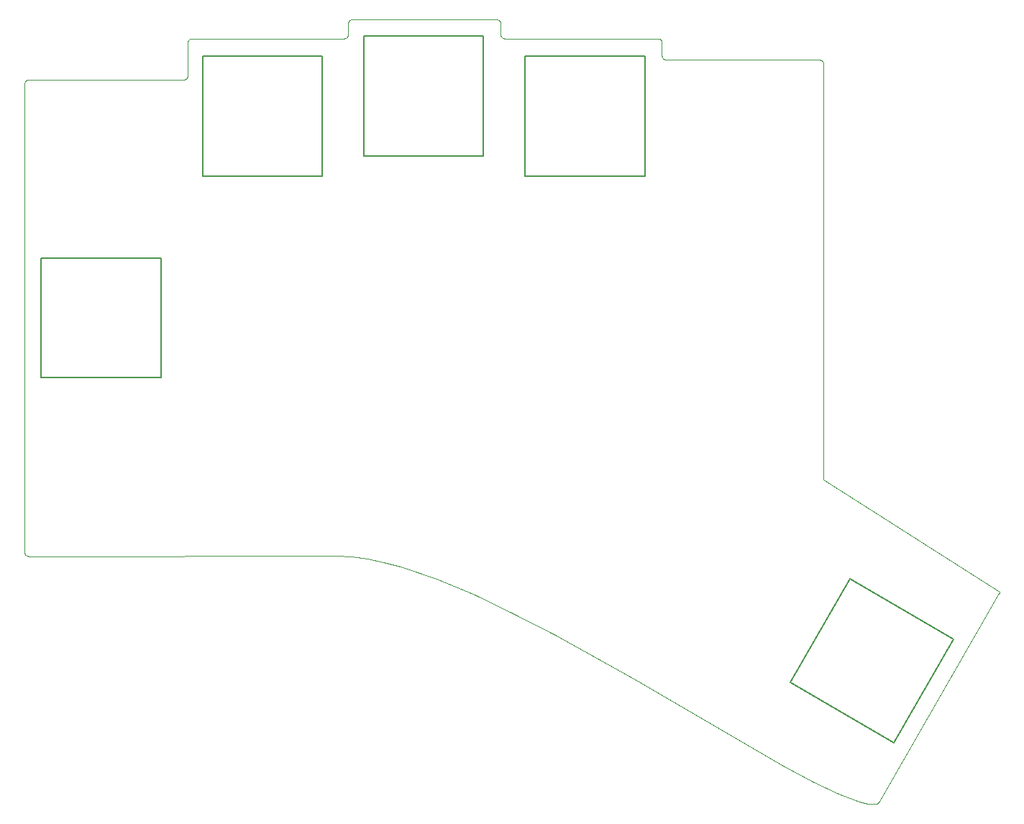
<source format=gbr>
%TF.GenerationSoftware,KiCad,Pcbnew,7.0.10*%
%TF.CreationDate,2024-02-18T23:47:10+09:00*%
%TF.ProjectId,kamu_keyboard,6b616d75-5f6b-4657-9962-6f6172642e6b,rev?*%
%TF.SameCoordinates,Original*%
%TF.FileFunction,Profile,NP*%
%FSLAX46Y46*%
G04 Gerber Fmt 4.6, Leading zero omitted, Abs format (unit mm)*
G04 Created by KiCad (PCBNEW 7.0.10) date 2024-02-18 23:47:10*
%MOMM*%
%LPD*%
G01*
G04 APERTURE LIST*
%TA.AperFunction,Profile*%
%ADD10C,0.035277*%
%TD*%
%TA.AperFunction,Profile*%
%ADD11C,0.150000*%
%TD*%
G04 APERTURE END LIST*
D10*
X136870626Y-73999096D02*
X136870626Y-75248985D01*
X136869976Y-73973359D02*
X136870626Y-73999096D01*
X136868046Y-73947961D02*
X136869976Y-73973359D01*
X136864869Y-73922935D02*
X136868046Y-73947961D01*
X136860475Y-73898310D02*
X136864869Y-73922935D01*
X136854897Y-73874118D02*
X136860475Y-73898310D01*
X136848164Y-73850391D02*
X136854897Y-73874118D01*
X136840308Y-73827160D02*
X136848164Y-73850391D01*
X136831362Y-73804456D02*
X136840308Y-73827160D01*
X136821355Y-73782311D02*
X136831362Y-73804456D01*
X136810320Y-73760756D02*
X136821355Y-73782311D01*
X136798288Y-73739822D02*
X136810320Y-73760756D01*
X136785289Y-73719541D02*
X136798288Y-73739822D01*
X136771357Y-73699944D02*
X136785289Y-73719541D01*
X136756520Y-73681062D02*
X136771357Y-73699944D01*
X136740812Y-73662926D02*
X136756520Y-73681062D01*
X136724263Y-73645568D02*
X136740812Y-73662926D01*
X136706905Y-73629020D02*
X136724263Y-73645568D01*
X136688769Y-73613312D02*
X136706905Y-73629020D01*
X136669886Y-73598477D02*
X136688769Y-73613312D01*
X136650288Y-73584544D02*
X136669886Y-73598477D01*
X136630006Y-73571546D02*
X136650288Y-73584544D01*
X136609071Y-73559514D02*
X136630006Y-73571546D01*
X136587515Y-73548479D02*
X136609071Y-73559514D01*
X136565369Y-73538472D02*
X136587515Y-73548479D01*
X136542664Y-73529526D02*
X136565369Y-73538472D01*
X136519432Y-73521671D02*
X136542664Y-73529526D01*
X136495703Y-73514938D02*
X136519432Y-73521671D01*
X136471510Y-73509359D02*
X136495703Y-73514938D01*
X136446884Y-73504966D02*
X136471510Y-73509359D01*
X136421855Y-73501789D02*
X136446884Y-73504966D01*
X136396456Y-73499859D02*
X136421855Y-73501789D01*
X136370717Y-73499209D02*
X136396456Y-73499859D01*
X118360776Y-73499209D02*
X136370717Y-73499209D01*
X118335977Y-73498592D02*
X118360776Y-73499209D01*
X118311350Y-73496752D02*
X118335977Y-73498592D01*
X118286936Y-73493707D02*
X118311350Y-73496752D01*
X118262776Y-73489475D02*
X118286936Y-73493707D01*
X118238909Y-73484073D02*
X118262776Y-73489475D01*
X118215376Y-73477518D02*
X118238909Y-73484073D01*
X118192218Y-73469828D02*
X118215376Y-73477518D01*
X118169474Y-73461022D02*
X118192218Y-73469828D01*
X118147185Y-73451115D02*
X118169474Y-73461022D01*
X118125391Y-73440127D02*
X118147185Y-73451115D01*
X118104134Y-73428074D02*
X118125391Y-73440127D01*
X118083452Y-73414974D02*
X118104134Y-73428074D01*
X118063386Y-73400845D02*
X118083452Y-73414974D01*
X118043977Y-73385703D02*
X118063386Y-73400845D01*
X118025265Y-73369568D02*
X118043977Y-73385703D01*
X118007291Y-73352456D02*
X118025265Y-73369568D01*
X117990182Y-73334537D02*
X118007291Y-73352456D01*
X117974057Y-73315867D02*
X117990182Y-73334537D01*
X117958933Y-73296486D02*
X117974057Y-73315867D01*
X117944825Y-73276437D02*
X117958933Y-73296486D01*
X117931751Y-73255762D02*
X117944825Y-73276437D01*
X117919728Y-73234503D02*
X117931751Y-73255762D01*
X117908770Y-73212701D02*
X117919728Y-73234503D01*
X117898896Y-73190398D02*
X117908770Y-73212701D01*
X117890122Y-73167637D02*
X117898896Y-73190398D01*
X117882464Y-73144458D02*
X117890122Y-73167637D01*
X117875939Y-73120904D02*
X117882464Y-73144458D01*
X117870563Y-73097017D02*
X117875939Y-73120904D01*
X117866353Y-73072838D02*
X117870563Y-73097017D01*
X117863325Y-73048410D02*
X117866353Y-73072838D01*
X117861496Y-73023774D02*
X117863325Y-73048410D01*
X117860883Y-72998973D02*
X117861496Y-73023774D01*
X117860883Y-71496496D02*
X117860883Y-72998973D01*
X117860270Y-71471698D02*
X117860883Y-71496496D01*
X117858441Y-71447072D02*
X117860270Y-71471698D01*
X117855413Y-71422660D02*
X117858441Y-71447072D01*
X117851203Y-71398501D02*
X117855413Y-71422660D01*
X117845827Y-71374635D02*
X117851203Y-71398501D01*
X117839302Y-71351104D02*
X117845827Y-71374635D01*
X117831644Y-71327946D02*
X117839302Y-71351104D01*
X117822869Y-71305203D02*
X117831644Y-71327946D01*
X117812995Y-71282914D02*
X117822869Y-71305203D01*
X117802038Y-71261121D02*
X117812995Y-71282914D01*
X117790014Y-71239863D02*
X117802038Y-71261121D01*
X117776940Y-71219180D02*
X117790014Y-71239863D01*
X117762833Y-71199114D02*
X117776940Y-71219180D01*
X117747709Y-71179704D02*
X117762833Y-71199114D01*
X117731584Y-71160990D02*
X117747709Y-71179704D01*
X117714475Y-71143014D02*
X117731584Y-71160990D01*
X117696498Y-71125906D02*
X117714475Y-71143014D01*
X117677784Y-71109781D02*
X117696498Y-71125906D01*
X117658374Y-71094657D02*
X117677784Y-71109781D01*
X117638308Y-71080550D02*
X117658374Y-71094657D01*
X117617626Y-71067477D02*
X117638308Y-71080550D01*
X117596368Y-71055454D02*
X117617626Y-71067477D01*
X117574575Y-71044497D02*
X117596368Y-71055454D01*
X117552287Y-71034623D02*
X117574575Y-71044497D01*
X117529545Y-71025849D02*
X117552287Y-71034623D01*
X117506387Y-71018191D02*
X117529545Y-71025849D01*
X117482856Y-71011666D02*
X117506387Y-71018191D01*
X117458991Y-71006290D02*
X117482856Y-71011666D01*
X117434832Y-71002080D02*
X117458991Y-71006290D01*
X117410420Y-70999053D02*
X117434832Y-71002080D01*
X117385795Y-70997224D02*
X117410420Y-70999053D01*
X117360997Y-70996611D02*
X117385795Y-70997224D01*
X99360917Y-70998729D02*
X117360997Y-70996611D01*
X99336118Y-70998115D02*
X99360917Y-70998729D01*
X99311492Y-70996287D02*
X99336118Y-70998115D01*
X99287079Y-70993259D02*
X99311492Y-70996287D01*
X99262918Y-70989049D02*
X99287079Y-70993259D01*
X99239051Y-70983673D02*
X99262918Y-70989049D01*
X99215518Y-70977148D02*
X99239051Y-70983673D01*
X99192359Y-70969491D02*
X99215518Y-70977148D01*
X99169614Y-70960717D02*
X99192359Y-70969491D01*
X99147325Y-70950843D02*
X99169614Y-70960717D01*
X99125530Y-70939886D02*
X99147325Y-70950843D01*
X99104271Y-70927863D02*
X99125530Y-70939886D01*
X99083587Y-70914789D02*
X99104271Y-70927863D01*
X99063519Y-70900682D02*
X99083587Y-70914789D01*
X99044108Y-70885558D02*
X99063519Y-70900682D01*
X99025394Y-70869434D02*
X99044108Y-70885558D01*
X99007417Y-70852326D02*
X99025394Y-70869434D01*
X98990311Y-70834349D02*
X99007417Y-70852326D01*
X98974188Y-70815636D02*
X98990311Y-70834349D01*
X98959065Y-70796226D02*
X98974188Y-70815636D01*
X98944958Y-70776159D02*
X98959065Y-70796226D01*
X98931885Y-70755477D02*
X98944958Y-70776159D01*
X98919861Y-70734219D02*
X98931885Y-70755477D01*
X98908904Y-70712425D02*
X98919861Y-70734219D01*
X98899030Y-70690137D02*
X98908904Y-70712425D01*
X98890255Y-70667394D02*
X98899030Y-70690137D01*
X98882596Y-70644236D02*
X98890255Y-70667394D01*
X98876070Y-70620704D02*
X98882596Y-70644236D01*
X98870694Y-70596839D02*
X98876070Y-70620704D01*
X98866483Y-70572679D02*
X98870694Y-70596839D01*
X98863455Y-70548267D02*
X98866483Y-70572679D01*
X98861626Y-70523642D02*
X98863455Y-70548267D01*
X98861013Y-70498844D02*
X98861626Y-70523642D01*
X98861013Y-69248955D02*
X98861013Y-70498844D01*
X98860399Y-69224157D02*
X98861013Y-69248955D01*
X98858571Y-69199531D02*
X98860399Y-69224157D01*
X98855544Y-69175119D02*
X98858571Y-69199531D01*
X98851335Y-69150960D02*
X98855544Y-69175119D01*
X98845960Y-69127094D02*
X98851335Y-69150960D01*
X98839436Y-69103562D02*
X98845960Y-69127094D01*
X98831780Y-69080405D02*
X98839436Y-69103562D01*
X98823007Y-69057661D02*
X98831780Y-69080405D01*
X98813134Y-69035373D02*
X98823007Y-69057661D01*
X98802178Y-69013579D02*
X98813134Y-69035373D01*
X98790156Y-68992321D02*
X98802178Y-69013579D01*
X98777083Y-68971639D02*
X98790156Y-68992321D01*
X98762977Y-68951573D02*
X98777083Y-68971639D01*
X98747853Y-68932163D02*
X98762977Y-68951573D01*
X98731728Y-68913449D02*
X98747853Y-68932163D01*
X98714620Y-68895473D02*
X98731728Y-68913449D01*
X98696643Y-68878364D02*
X98714620Y-68895473D01*
X98677929Y-68862240D02*
X98696643Y-68878364D01*
X98658519Y-68847116D02*
X98677929Y-68862240D01*
X98638453Y-68833009D02*
X98658519Y-68847116D01*
X98617770Y-68819935D02*
X98638453Y-68833009D01*
X98596513Y-68807912D02*
X98617770Y-68819935D01*
X98574720Y-68796955D02*
X98596513Y-68807912D01*
X98552432Y-68787082D02*
X98574720Y-68796955D01*
X98529689Y-68778308D02*
X98552432Y-68787082D01*
X98506532Y-68770650D02*
X98529689Y-68778308D01*
X98483000Y-68764125D02*
X98506532Y-68770650D01*
X98459134Y-68758749D02*
X98483000Y-68764125D01*
X98434975Y-68754539D02*
X98459134Y-68758749D01*
X98410563Y-68751512D02*
X98434975Y-68754539D01*
X98385937Y-68749683D02*
X98410563Y-68751512D01*
X98361138Y-68749070D02*
X98385937Y-68749683D01*
X81411267Y-68749422D02*
X98361138Y-68749070D01*
X81385530Y-68750072D02*
X81411267Y-68749422D01*
X81360133Y-68752001D02*
X81385530Y-68750072D01*
X81335106Y-68755178D02*
X81360133Y-68752001D01*
X81310481Y-68759572D02*
X81335106Y-68755178D01*
X81286289Y-68765151D02*
X81310481Y-68759572D01*
X81262562Y-68771884D02*
X81286289Y-68765151D01*
X81239331Y-68779739D02*
X81262562Y-68771884D01*
X81216627Y-68788685D02*
X81239331Y-68779739D01*
X81194482Y-68798692D02*
X81216627Y-68788685D01*
X81172927Y-68809726D02*
X81194482Y-68798692D01*
X81151993Y-68821758D02*
X81172927Y-68809726D01*
X81131712Y-68834756D02*
X81151993Y-68821758D01*
X81112115Y-68848689D02*
X81131712Y-68834756D01*
X81093233Y-68863525D02*
X81112115Y-68848689D01*
X81075097Y-68879232D02*
X81093233Y-68863525D01*
X81057740Y-68895781D02*
X81075097Y-68879232D01*
X81041192Y-68913138D02*
X81057740Y-68895781D01*
X81025484Y-68931274D02*
X81041192Y-68913138D01*
X81010648Y-68950156D02*
X81025484Y-68931274D01*
X80996716Y-68969753D02*
X81010648Y-68950156D01*
X80983718Y-68990034D02*
X80996716Y-68969753D01*
X80971686Y-69010968D02*
X80983718Y-68990034D01*
X80960651Y-69032523D02*
X80971686Y-69010968D01*
X80950645Y-69054668D02*
X80960651Y-69032523D01*
X80941698Y-69077372D02*
X80950645Y-69054668D01*
X80933843Y-69100603D02*
X80941698Y-69077372D01*
X80927110Y-69124330D02*
X80933843Y-69100603D01*
X80921532Y-69148521D02*
X80927110Y-69124330D01*
X80917138Y-69173146D02*
X80921532Y-69148521D01*
X80913961Y-69198173D02*
X80917138Y-69173146D01*
X80912032Y-69223570D02*
X80913961Y-69198173D01*
X80911382Y-69249307D02*
X80912032Y-69223570D01*
X80911027Y-70499196D02*
X80911382Y-69249307D01*
X80910346Y-70524933D02*
X80911027Y-70499196D01*
X80908388Y-70550330D02*
X80910346Y-70524933D01*
X80905183Y-70575357D02*
X80908388Y-70550330D01*
X80900764Y-70599982D02*
X80905183Y-70575357D01*
X80895162Y-70624173D02*
X80900764Y-70599982D01*
X80888407Y-70647900D02*
X80895162Y-70624173D01*
X80880531Y-70671131D02*
X80888407Y-70647900D01*
X80871565Y-70693835D02*
X80880531Y-70671131D01*
X80861541Y-70715980D02*
X80871565Y-70693835D01*
X80850490Y-70737535D02*
X80861541Y-70715980D01*
X80838442Y-70758469D02*
X80850490Y-70737535D01*
X80825430Y-70778750D02*
X80838442Y-70758469D01*
X80811485Y-70798347D02*
X80825430Y-70778750D01*
X80796638Y-70817229D02*
X80811485Y-70798347D01*
X80780920Y-70835365D02*
X80796638Y-70817229D01*
X80764362Y-70852722D02*
X80780920Y-70835365D01*
X80746997Y-70869271D02*
X80764362Y-70852722D01*
X80728854Y-70884978D02*
X80746997Y-70869271D01*
X80709965Y-70899814D02*
X80728854Y-70884978D01*
X80690362Y-70913747D02*
X80709965Y-70899814D01*
X80670076Y-70926745D02*
X80690362Y-70913747D01*
X80649138Y-70938777D02*
X80670076Y-70926745D01*
X80627579Y-70949812D02*
X80649138Y-70938777D01*
X80605431Y-70959818D02*
X80627579Y-70949812D01*
X80582725Y-70968764D02*
X80605431Y-70959818D01*
X80559492Y-70976620D02*
X80582725Y-70968764D01*
X80535764Y-70983352D02*
X80559492Y-70976620D01*
X80511571Y-70988931D02*
X80535764Y-70983352D01*
X80486945Y-70993325D02*
X80511571Y-70988931D01*
X80461918Y-70996502D02*
X80486945Y-70993325D01*
X80436520Y-70998431D02*
X80461918Y-70996502D01*
X80410783Y-70999081D02*
X80436520Y-70998431D01*
X62511245Y-70999081D02*
X80410783Y-70999081D01*
X62485508Y-70999732D02*
X62511245Y-70999081D01*
X62460110Y-71001664D02*
X62485508Y-70999732D01*
X62435084Y-71004846D02*
X62460110Y-71001664D01*
X62410459Y-71009246D02*
X62435084Y-71004846D01*
X62386268Y-71014833D02*
X62410459Y-71009246D01*
X62362541Y-71021575D02*
X62386268Y-71014833D01*
X62339310Y-71029441D02*
X62362541Y-71021575D01*
X62316607Y-71038399D02*
X62339310Y-71029441D01*
X62294462Y-71048418D02*
X62316607Y-71038399D01*
X62272908Y-71059467D02*
X62294462Y-71048418D01*
X62251974Y-71071514D02*
X62272908Y-71059467D01*
X62231694Y-71084527D02*
X62251974Y-71071514D01*
X62212097Y-71098475D02*
X62231694Y-71084527D01*
X62193216Y-71113327D02*
X62212097Y-71098475D01*
X62175081Y-71129051D02*
X62193216Y-71113327D01*
X62157724Y-71145616D02*
X62175081Y-71129051D01*
X62141176Y-71162990D02*
X62157724Y-71145616D01*
X62125469Y-71181141D02*
X62141176Y-71162990D01*
X62110634Y-71200040D02*
X62125469Y-71181141D01*
X62096702Y-71219653D02*
X62110634Y-71200040D01*
X62083705Y-71239949D02*
X62096702Y-71219653D01*
X62071673Y-71260897D02*
X62083705Y-71239949D01*
X62060639Y-71282466D02*
X62071673Y-71260897D01*
X62050633Y-71304624D02*
X62060639Y-71282466D01*
X62041687Y-71327340D02*
X62050633Y-71304624D01*
X62033833Y-71350581D02*
X62041687Y-71327340D01*
X62027100Y-71374318D02*
X62033833Y-71350581D01*
X62021522Y-71398517D02*
X62027100Y-71374318D01*
X62017129Y-71423148D02*
X62021522Y-71398517D01*
X62013952Y-71448180D02*
X62017129Y-71423148D01*
X62012023Y-71473580D02*
X62013952Y-71448180D01*
X62011373Y-71499318D02*
X62012023Y-71473580D01*
X62011373Y-75349526D02*
X62011373Y-71499318D01*
X62010722Y-75375232D02*
X62011373Y-75349526D01*
X62008789Y-75400602D02*
X62010722Y-75375232D01*
X62005607Y-75425605D02*
X62008789Y-75400602D01*
X62001207Y-75450210D02*
X62005607Y-75425605D01*
X61995620Y-75474385D02*
X62001207Y-75450210D01*
X61988878Y-75498099D02*
X61995620Y-75474385D01*
X61981012Y-75521320D02*
X61988878Y-75498099D01*
X61972054Y-75544016D02*
X61981012Y-75521320D01*
X61962034Y-75566156D02*
X61972054Y-75544016D01*
X61950985Y-75587708D02*
X61962034Y-75566156D01*
X61938938Y-75608642D02*
X61950985Y-75587708D01*
X61925924Y-75628925D02*
X61938938Y-75608642D01*
X61911976Y-75648525D02*
X61925924Y-75628925D01*
X61897123Y-75667412D02*
X61911976Y-75648525D01*
X61881399Y-75685554D02*
X61897123Y-75667412D01*
X61864833Y-75702920D02*
X61881399Y-75685554D01*
X61847458Y-75719477D02*
X61864833Y-75702920D01*
X61829306Y-75735194D02*
X61847458Y-75719477D01*
X61810407Y-75750040D02*
X61829306Y-75735194D01*
X61790793Y-75763983D02*
X61810407Y-75750040D01*
X61770496Y-75776992D02*
X61790793Y-75763983D01*
X61749546Y-75789035D02*
X61770496Y-75776992D01*
X61727976Y-75800081D02*
X61749546Y-75789035D01*
X61705817Y-75810098D02*
X61727976Y-75800081D01*
X61683101Y-75819055D02*
X61705817Y-75810098D01*
X61659858Y-75826919D02*
X61683101Y-75819055D01*
X61636120Y-75833660D02*
X61659858Y-75826919D01*
X61611919Y-75839246D02*
X61636120Y-75833660D01*
X61587286Y-75843646D02*
X61611919Y-75839246D01*
X61562253Y-75846828D02*
X61587286Y-75843646D01*
X61536851Y-75848760D02*
X61562253Y-75846828D01*
X61511111Y-75849411D02*
X61536851Y-75848760D01*
X43314889Y-75850116D02*
X61511111Y-75849411D01*
X43289183Y-75850767D02*
X43314889Y-75850116D01*
X43263812Y-75852699D02*
X43289183Y-75850767D01*
X43238809Y-75855880D02*
X43263812Y-75852699D01*
X43214204Y-75860280D02*
X43238809Y-75855880D01*
X43190029Y-75865866D02*
X43214204Y-75860280D01*
X43166315Y-75872607D02*
X43190029Y-75865866D01*
X43143094Y-75880472D02*
X43166315Y-75872607D01*
X43120398Y-75889428D02*
X43143094Y-75880472D01*
X43098258Y-75899445D02*
X43120398Y-75889428D01*
X43076705Y-75910491D02*
X43098258Y-75899445D01*
X43055771Y-75922534D02*
X43076705Y-75910491D01*
X43035488Y-75935543D02*
X43055771Y-75922534D01*
X43015887Y-75949487D02*
X43035488Y-75935543D01*
X42997000Y-75964333D02*
X43015887Y-75949487D01*
X42978858Y-75980050D02*
X42997000Y-75964333D01*
X42961492Y-75996607D02*
X42978858Y-75980050D01*
X42944935Y-76013972D02*
X42961492Y-75996607D01*
X42929218Y-76032114D02*
X42944935Y-76013972D01*
X42914372Y-76051001D02*
X42929218Y-76032114D01*
X42900428Y-76070602D02*
X42914372Y-76051001D01*
X42887419Y-76090885D02*
X42900428Y-76070602D01*
X42875376Y-76111818D02*
X42887419Y-76090885D01*
X42864330Y-76133371D02*
X42875376Y-76111818D01*
X42854313Y-76155511D02*
X42864330Y-76133371D01*
X42845357Y-76178207D02*
X42854313Y-76155511D01*
X42837492Y-76201428D02*
X42845357Y-76178207D01*
X42830751Y-76225141D02*
X42837492Y-76201428D01*
X42825164Y-76249316D02*
X42830751Y-76225141D01*
X42820765Y-76273921D02*
X42825164Y-76249316D01*
X42817583Y-76298924D02*
X42820765Y-76273921D01*
X42815651Y-76324295D02*
X42817583Y-76298924D01*
X42815000Y-76350000D02*
X42815651Y-76324295D01*
X42815000Y-131465039D02*
X42815000Y-76350000D01*
X42815617Y-131489840D02*
X42815000Y-131465039D01*
X42817457Y-131514475D02*
X42815617Y-131489840D01*
X42820502Y-131538904D02*
X42817457Y-131514475D01*
X42824735Y-131563086D02*
X42820502Y-131538904D01*
X42830138Y-131586978D02*
X42824735Y-131563086D01*
X42836693Y-131610539D02*
X42830138Y-131586978D01*
X42844383Y-131633728D02*
X42836693Y-131610539D01*
X42853190Y-131656504D02*
X42844383Y-131633728D01*
X42863097Y-131678826D02*
X42853190Y-131656504D01*
X42874086Y-131700651D02*
X42863097Y-131678826D01*
X42886140Y-131721939D02*
X42874086Y-131700651D01*
X42899240Y-131742648D02*
X42886140Y-131721939D01*
X42913370Y-131762736D02*
X42899240Y-131742648D01*
X42928512Y-131782164D02*
X42913370Y-131762736D01*
X42944648Y-131800888D02*
X42928512Y-131782164D01*
X42961761Y-131818868D02*
X42944648Y-131800888D01*
X42979738Y-131835918D02*
X42961761Y-131818868D01*
X42998452Y-131852000D02*
X42979738Y-131835918D01*
X43017862Y-131867093D02*
X42998452Y-131852000D01*
X43037928Y-131881180D02*
X43017862Y-131867093D01*
X43058611Y-131894241D02*
X43037928Y-131881180D01*
X43079869Y-131906258D02*
X43058611Y-131894241D01*
X43101662Y-131917212D02*
X43079869Y-131906258D01*
X43123950Y-131927086D02*
X43101662Y-131917212D01*
X43146693Y-131935859D02*
X43123950Y-131927086D01*
X43169851Y-131943514D02*
X43146693Y-131935859D01*
X43193383Y-131950033D02*
X43169851Y-131943514D01*
X43217248Y-131955395D02*
X43193383Y-131950033D01*
X43241407Y-131959584D02*
X43217248Y-131955395D01*
X43265820Y-131962579D02*
X43241407Y-131959584D01*
X43290445Y-131964363D02*
X43265820Y-131962579D01*
X43315244Y-131964917D02*
X43290445Y-131964363D01*
X79639623Y-131948689D02*
X43315244Y-131964917D01*
X81340345Y-132032658D02*
X79639623Y-131948689D01*
X83150472Y-132276776D02*
X81340345Y-132032658D01*
X85060739Y-132670827D02*
X83150472Y-132276776D01*
X87062039Y-133203877D02*
X85060739Y-132670827D01*
X91300653Y-134644620D02*
X87062039Y-133203877D01*
X95793626Y-136513280D02*
X91300653Y-134644620D01*
X100467210Y-138724477D02*
X95793626Y-136513280D01*
X105249105Y-141192159D02*
X100467210Y-138724477D01*
X114844289Y-146555425D02*
X105249105Y-141192159D01*
X132113423Y-156597562D02*
X114844289Y-146555425D01*
X135604489Y-158466222D02*
X132113423Y-156597562D01*
X138618627Y-159906972D02*
X135604489Y-158466222D01*
X141082776Y-160834065D02*
X138618627Y-159906972D01*
X142085713Y-161078542D02*
X141082776Y-160834065D01*
X142876996Y-161157559D02*
X142085713Y-161078542D01*
X142895328Y-161159040D02*
X142876996Y-161157559D01*
X142913604Y-161159849D02*
X142895328Y-161159040D01*
X142931808Y-161159992D02*
X142913604Y-161159849D01*
X142949925Y-161159479D02*
X142931808Y-161159992D01*
X142967939Y-161158317D02*
X142949925Y-161159479D01*
X142985836Y-161156514D02*
X142967939Y-161158317D01*
X143003600Y-161154077D02*
X142985836Y-161156514D01*
X143021216Y-161151014D02*
X143003600Y-161154077D01*
X143038668Y-161147333D02*
X143021216Y-161151014D01*
X143055942Y-161143042D02*
X143038668Y-161147333D01*
X143073022Y-161138148D02*
X143055942Y-161143042D01*
X143089894Y-161132659D02*
X143073022Y-161138148D01*
X143106540Y-161126584D02*
X143089894Y-161132659D01*
X143122948Y-161119929D02*
X143106540Y-161126584D01*
X143139100Y-161112702D02*
X143122948Y-161119929D01*
X143154983Y-161104912D02*
X143139100Y-161112702D01*
X143170580Y-161096565D02*
X143154983Y-161104912D01*
X143185877Y-161087671D02*
X143170580Y-161096565D01*
X143200858Y-161078235D02*
X143185877Y-161087671D01*
X143215508Y-161068267D02*
X143200858Y-161078235D01*
X143229812Y-161057774D02*
X143215508Y-161068267D01*
X143243754Y-161046764D02*
X143229812Y-161057774D01*
X143257320Y-161035244D02*
X143243754Y-161046764D01*
X143270493Y-161023222D02*
X143257320Y-161035244D01*
X143283260Y-161010707D02*
X143270493Y-161023222D01*
X143295604Y-160997705D02*
X143283260Y-161010707D01*
X143307510Y-160984225D02*
X143295604Y-160997705D01*
X143318964Y-160970273D02*
X143307510Y-160984225D01*
X143329949Y-160955859D02*
X143318964Y-160970273D01*
X143340451Y-160940990D02*
X143329949Y-160955859D01*
X143350455Y-160925673D02*
X143340451Y-160940990D01*
X143359944Y-160909917D02*
X143350455Y-160925673D01*
X157543691Y-136343228D02*
X143359944Y-160909917D01*
X157548950Y-136333854D02*
X157543691Y-136343228D01*
X157554008Y-136324384D02*
X157548950Y-136333854D01*
X157558864Y-136314821D02*
X157554008Y-136324384D01*
X157563515Y-136305171D02*
X157558864Y-136314821D01*
X157567959Y-136295435D02*
X157563515Y-136305171D01*
X157572194Y-136285619D02*
X157567959Y-136295435D01*
X157576218Y-136275725D02*
X157572194Y-136285619D01*
X157580030Y-136265756D02*
X157576218Y-136275725D01*
X157583626Y-136255718D02*
X157580030Y-136265756D01*
X157587006Y-136245613D02*
X157583626Y-136255718D01*
X157590166Y-136235444D02*
X157587006Y-136245613D01*
X157593106Y-136225216D02*
X157590166Y-136235444D01*
X157595822Y-136214932D02*
X157593106Y-136225216D01*
X157598313Y-136204596D02*
X157595822Y-136214932D01*
X157600578Y-136194211D02*
X157598313Y-136204596D01*
X157602613Y-136183781D02*
X157600578Y-136194211D01*
X136870626Y-122976170D02*
X157602613Y-136183781D01*
X136870626Y-75248985D02*
X136870626Y-122976170D01*
D11*
%TO.C,J3*%
X82763000Y-70721000D02*
X96863000Y-70721000D01*
X82763000Y-84821000D02*
X82763000Y-70721000D01*
X96863000Y-70721000D02*
X96863000Y-84821000D01*
X96863000Y-84821000D02*
X82763000Y-84821000D01*
%TO.C,J1*%
X44763000Y-96846000D02*
X58863000Y-96846000D01*
X44763000Y-110946000D02*
X44763000Y-96846000D01*
X58863000Y-96846000D02*
X58863000Y-110946000D01*
X58863000Y-110946000D02*
X44763000Y-110946000D01*
%TO.C,J5*%
X152193479Y-141690521D02*
X145143479Y-153901479D01*
X139982521Y-134640521D02*
X152193479Y-141690521D01*
X145143479Y-153901479D02*
X132932521Y-146851479D01*
X132932521Y-146851479D02*
X139982521Y-134640521D01*
%TO.C,J4*%
X115863000Y-87196000D02*
X115863000Y-73096000D01*
X115863000Y-73096000D02*
X101763000Y-73096000D01*
X101763000Y-87196000D02*
X115863000Y-87196000D01*
X101763000Y-73096000D02*
X101763000Y-87196000D01*
%TO.C,J2*%
X77863000Y-87196000D02*
X77863000Y-73096000D01*
X77863000Y-73096000D02*
X63763000Y-73096000D01*
X63763000Y-87196000D02*
X77863000Y-87196000D01*
X63763000Y-73096000D02*
X63763000Y-87196000D01*
%TD*%
M02*

</source>
